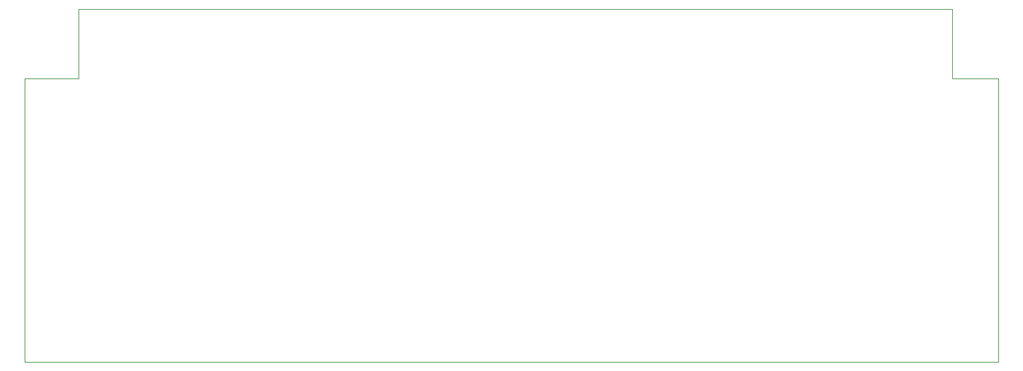
<source format=gm1>
G04 #@! TF.GenerationSoftware,KiCad,Pcbnew,5.0.2-5.0.2*
G04 #@! TF.CreationDate,2019-03-08T22:42:58+01:00*
G04 #@! TF.ProjectId,motherboard,6d6f7468-6572-4626-9f61-72642e6b6963,rev?*
G04 #@! TF.SameCoordinates,Original*
G04 #@! TF.FileFunction,Profile,NP*
%FSLAX46Y46*%
G04 Gerber Fmt 4.6, Leading zero omitted, Abs format (unit mm)*
G04 Created by KiCad (PCBNEW 5.0.2-5.0.2) date Fri 08 Mar 2019 10:42:58 PM CET*
%MOMM*%
%LPD*%
G01*
G04 APERTURE LIST*
%ADD10C,0.100000*%
G04 APERTURE END LIST*
D10*
X184000000Y-125000000D02*
X188000000Y-125000000D01*
X182000000Y-79000000D02*
X68000000Y-79000000D01*
X182000000Y-88000000D02*
X182000000Y-79000000D01*
X188000000Y-88000000D02*
X188000000Y-125000000D01*
X188000000Y-88000000D02*
X182000000Y-88000000D01*
X68000000Y-79000000D02*
X68000000Y-88000000D01*
X61000000Y-88000000D02*
X61000000Y-125000000D01*
X61000000Y-88000000D02*
X68000000Y-88000000D01*
X61000000Y-125000000D02*
X184000000Y-125000000D01*
M02*

</source>
